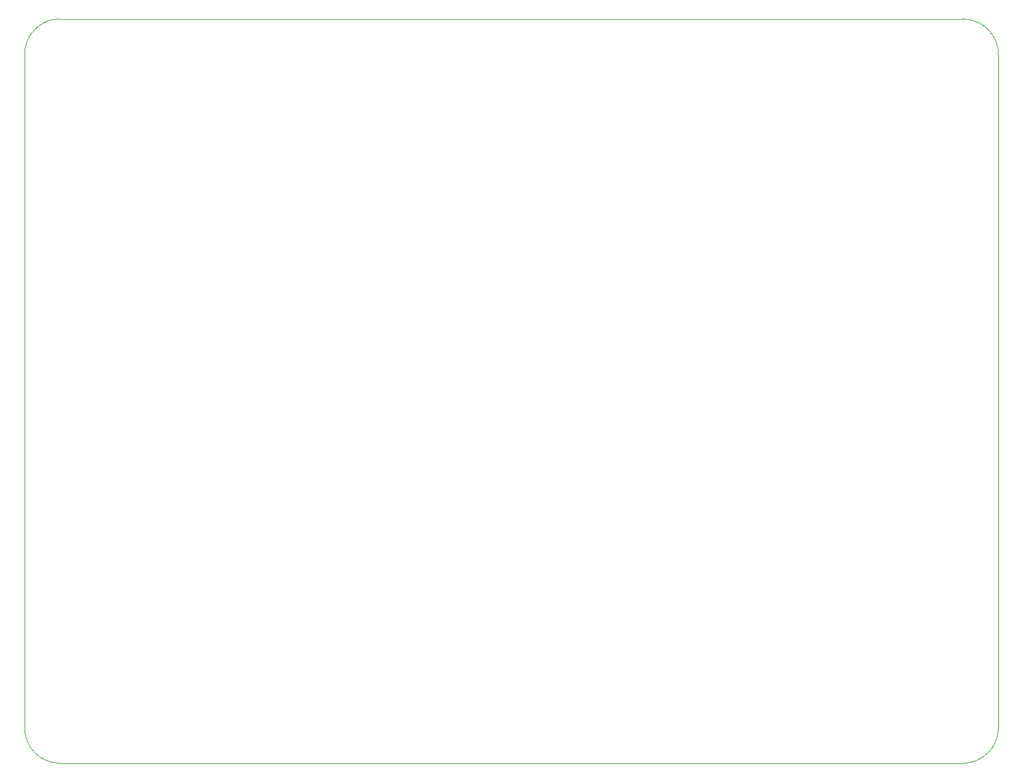
<source format=gbr>
%TF.GenerationSoftware,KiCad,Pcbnew,6.0.7-1.fc36*%
%TF.CreationDate,2022-08-21T12:52:59+01:00*%
%TF.ProjectId,controller,636f6e74-726f-46c6-9c65-722e6b696361,rev?*%
%TF.SameCoordinates,Original*%
%TF.FileFunction,Profile,NP*%
%FSLAX46Y46*%
G04 Gerber Fmt 4.6, Leading zero omitted, Abs format (unit mm)*
G04 Created by KiCad (PCBNEW 6.0.7-1.fc36) date 2022-08-21 12:52:59*
%MOMM*%
%LPD*%
G01*
G04 APERTURE LIST*
%TA.AperFunction,Profile*%
%ADD10C,0.050000*%
%TD*%
G04 APERTURE END LIST*
D10*
X45000000Y-50000000D02*
X45000000Y-145000000D01*
X182500000Y-50000000D02*
X182500000Y-145000000D01*
X45000000Y-145000000D02*
G75*
G03*
X50000000Y-150000000I5000000J0D01*
G01*
X182500000Y-50000000D02*
G75*
G03*
X177500000Y-45000000I-5000000J0D01*
G01*
X50000000Y-45000000D02*
X177500000Y-45000000D01*
X177500000Y-150000000D02*
G75*
G03*
X182500000Y-145000000I0J5000000D01*
G01*
X50000000Y-150000000D02*
X177500000Y-150000000D01*
X50000000Y-45000000D02*
G75*
G03*
X45000000Y-50000000I0J-5000000D01*
G01*
M02*

</source>
